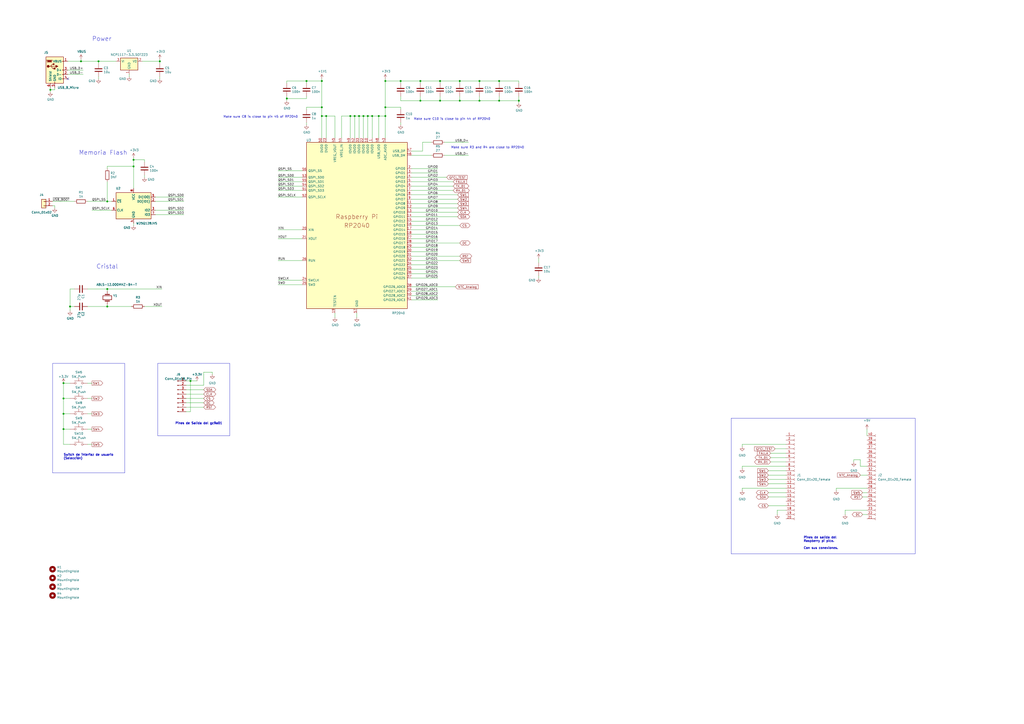
<source format=kicad_sch>
(kicad_sch (version 20230121) (generator eeschema)
  (paper "A2")
  (lib_symbols
    (symbol "Conn_01x20_Female_2" (pin_names (offset 1.016) hide)
      (property "Reference" "J2" (at 1.27 0.0001 0))
      (property "Value" "Conn_01x20_Female_2" (at 1.27 -2.5399 0))
      (symbol "Conn_01x20_Female_2_1_1"
        (pin passive line (at -5.08 -25.4 0) (length 3.81) (name "Pin_21") (number "21"))
        (pin passive line (at -5.08 -22.86 0) (length 3.81) (name "Pin_22") (number "22"))
        (pin passive line (at -5.08 -20.32 0) (length 3.81) (name "Pin_23") (number "23"))
        (pin passive line (at -5.08 -17.78 0) (length 3.81) (name "Pin_24") (number "24"))
        (pin passive line (at -5.08 -15.24 0) (length 3.81) (name "Pin_25") (number "25"))
        (pin passive line (at -5.08 -12.7 0) (length 3.81) (name "Pin_26") (number "26"))
        (pin passive line (at -5.08 -10.16 0) (length 3.81) (name "Pin_27") (number "27"))
        (pin passive line (at -5.08 -7.62 0) (length 3.81) (name "Pin_28") (number "28"))
        (pin passive line (at -5.08 -5.08 0) (length 3.81) (name "Pin_29") (number "29"))
        (pin passive line (at -5.08 -2.54 0) (length 3.81) (name "Pin_30") (number "30"))
        (pin passive line (at -5.08 0 0) (length 3.81) (name "Pin_31") (number "31"))
        (pin passive line (at -5.08 2.54 0) (length 3.81) (name "Pin_32") (number "32"))
        (pin passive line (at -5.08 5.08 0) (length 3.81) (name "Pin_33") (number "33"))
        (pin passive line (at -5.08 7.62 0) (length 3.81) (name "Pin_34") (number "34"))
        (pin passive line (at -5.08 10.16 0) (length 3.81) (name "Pin_35") (number "35"))
        (pin passive line (at -5.08 12.7 0) (length 3.81) (name "Pin_36") (number "36"))
        (pin passive line (at -5.08 15.24 0) (length 3.81) (name "Pin_37") (number "37"))
        (pin passive line (at -5.08 17.78 0) (length 3.81) (name "Pin_38") (number "38"))
        (pin passive line (at -5.08 20.32 0) (length 3.81) (name "Pin_39") (number "39"))
        (pin passive line (at -5.08 22.86 0) (length 3.81) (name "Pin_40") (number "40"))
      )
    )
    (symbol "Connector:Conn_01x08_Pin" (pin_names (offset 1.016) hide)
      (property "Reference" "J" (at 0 10.16 0))
      (property "Value" "Conn_01x08_Pin" (at 0 -12.7 0))
      (symbol "Conn_01x08_Pin_1_1"
        (pin passive line (at 5.08 7.62 180) (length 3.81) (name "Pin_1") (number "1"))
        (pin passive line (at 5.08 5.08 180) (length 3.81) (name "Pin_2") (number "2"))
        (pin passive line (at 5.08 2.54 180) (length 3.81) (name "Pin_3") (number "3"))
        (pin passive line (at 5.08 0 180) (length 3.81) (name "Pin_4") (number "4"))
        (pin passive line (at 5.08 -2.54 180) (length 3.81) (name "Pin_5") (number "5"))
        (pin passive line (at 5.08 -5.08 180) (length 3.81) (name "Pin_6") (number "6"))
        (pin passive line (at 5.08 -7.62 180) (length 3.81) (name "Pin_7") (number "7"))
        (pin passive line (at 5.08 -10.16 180) (length 3.81) (name "Pin_8") (number "8"))
      )
    )
    (symbol "Connector:Conn_01x20_Female" (pin_names (offset 1.016) hide)
      (property "Reference" "J" (at 0 25.4 0))
      (property "Value" "Conn_01x20_Female" (at 0 -27.94 0))
      (symbol "Conn_01x20_Female_1_1"
        (pin passive line (at -5.08 22.86 0) (length 3.81) (name "Pin_1") (number "1"))
        (pin passive line (at -5.08 0 0) (length 3.81) (name "Pin_10") (number "10"))
        (pin passive line (at -5.08 -2.54 0) (length 3.81) (name "Pin_11") (number "11"))
        (pin passive line (at -5.08 -5.08 0) (length 3.81) (name "Pin_12") (number "12"))
        (pin passive line (at -5.08 -7.62 0) (length 3.81) (name "Pin_13") (number "13"))
        (pin passive line (at -5.08 -10.16 0) (length 3.81) (name "Pin_14") (number "14"))
        (pin passive line (at -5.08 -12.7 0) (length 3.81) (name "Pin_15") (number "15"))
        (pin passive line (at -5.08 -15.24 0) (length 3.81) (name "Pin_16") (number "16"))
        (pin passive line (at -5.08 -17.78 0) (length 3.81) (name "Pin_17") (number "17"))
        (pin passive line (at -5.08 -20.32 0) (length 3.81) (name "Pin_18") (number "18"))
        (pin passive line (at -5.08 -22.86 0) (length 3.81) (name "Pin_19") (number "19"))
        (pin passive line (at -5.08 20.32 0) (length 3.81) (name "Pin_2") (number "2"))
        (pin passive line (at -5.08 -25.4 0) (length 3.81) (name "Pin_20") (number "20"))
        (pin passive line (at -5.08 17.78 0) (length 3.81) (name "Pin_3") (number "3"))
        (pin passive line (at -5.08 15.24 0) (length 3.81) (name "Pin_4") (number "4"))
        (pin passive line (at -5.08 12.7 0) (length 3.81) (name "Pin_5") (number "5"))
        (pin passive line (at -5.08 10.16 0) (length 3.81) (name "Pin_6") (number "6"))
        (pin passive line (at -5.08 7.62 0) (length 3.81) (name "Pin_7") (number "7"))
        (pin passive line (at -5.08 5.08 0) (length 3.81) (name "Pin_8") (number "8"))
        (pin passive line (at -5.08 2.54 0) (length 3.81) (name "Pin_9") (number "9"))
      )
    )
    (symbol "Connector_Generic:Conn_01x02" (pin_names (offset 1.016) hide)
      (property "Reference" "J" (at 0 2.54 0))
      (property "Value" "Conn_01x02" (at 0 -5.08 0))
      (symbol "Conn_01x02_1_1"
        (pin passive line (at -5.08 0 0) (length 3.81) (name "Pin_1") (number "1"))
        (pin passive line (at -5.08 -2.54 0) (length 3.81) (name "Pin_2") (number "2"))
      )
    )
    (symbol "Device:C" (pin_numbers hide) (pin_names (offset 0.254))
      (property "Reference" "C" (at 0.635 2.54 0))
      (property "Value" "C" (at 0.635 -2.54 0))
      (symbol "C_1_1"
        (pin passive line (at 0 3.81 270) (length 2.794) (name "~") (number "1"))
        (pin passive line (at 0 -3.81 90) (length 2.794) (name "~") (number "2"))
      )
    )
    (symbol "Device:Crystal" (pin_numbers hide) (pin_names (offset 1.016) hide)
      (property "Reference" "Y" (at 0 3.81 0))
      (property "Value" "Crystal" (at 0 -3.81 0))
      (symbol "Crystal_1_1"
        (pin passive line (at -3.81 0 0) (length 1.27) (name "1") (number "1"))
        (pin passive line (at 3.81 0 180) (length 1.27) (name "2") (number "2"))
      )
    )
    (symbol "Device:R" (pin_numbers hide) (pin_names (offset 0))
      (property "Reference" "R" (at 2.032 0 90))
      (property "Value" "R" (at 0 0 90))
      (symbol "R_1_1"
        (pin passive line (at 0 3.81 270) (length 1.27) (name "~") (number "1"))
        (pin passive line (at 0 -3.81 90) (length 1.27) (name "~") (number "2"))
      )
    )
    (symbol "MCU_RaspberryPi_RP2040:RP2040" (pin_names (offset 1.016))
      (property "Reference" "U" (at -29.21 49.53 0))
      (property "Value" "RP2040" (at 24.13 -49.53 0))
      (symbol "RP2040_0_0"
        (text "Raspberry Pi" (at 0 5.08 0) (effects (font (size 2.54 2.54))))
        (text "RP2040" (at 0 0 0) (effects (font (size 2.54 2.54))))
      )
      (symbol "RP2040_1_1"
        (pin power_in line (at 8.89 50.8 270) (length 2.54) (name "IOVDD") (number "1"))
        (pin power_in line (at 6.35 50.8 270) (length 2.54) (name "IOVDD") (number "10"))
        (pin bidirectional line (at 31.75 12.7 180) (length 2.54) (name "GPIO8") (number "11"))
        (pin bidirectional line (at 31.75 10.16 180) (length 2.54) (name "GPIO9") (number "12"))
        (pin bidirectional line (at 31.75 7.62 180) (length 2.54) (name "GPIO10") (number "13"))
        (pin bidirectional line (at 31.75 5.08 180) (length 2.54) (name "GPIO11") (number "14"))
        (pin bidirectional line (at 31.75 2.54 180) (length 2.54) (name "GPIO12") (number "15"))
        (pin bidirectional line (at 31.75 0 180) (length 2.54) (name "GPIO13") (number "16"))
        (pin bidirectional line (at 31.75 -2.54 180) (length 2.54) (name "GPIO14") (number "17"))
        (pin bidirectional line (at 31.75 -5.08 180) (length 2.54) (name "GPIO15") (number "18"))
        (pin passive line (at -12.7 -50.8 90) (length 2.54) (name "TESTEN") (number "19"))
        (pin bidirectional line (at 31.75 33.02 180) (length 2.54) (name "GPIO0") (number "2"))
        (pin input line (at -31.75 -2.54 0) (length 2.54) (name "XIN") (number "20"))
        (pin passive line (at -31.75 -7.62 0) (length 2.54) (name "XOUT") (number "21"))
        (pin power_in line (at 3.81 50.8 270) (length 2.54) (name "IOVDD") (number "22"))
        (pin power_in line (at -17.78 50.8 270) (length 2.54) (name "DVDD") (number "23"))
        (pin output line (at -31.75 -31.75 0) (length 2.54) (name "SWCLK") (number "24"))
        (pin bidirectional line (at -31.75 -34.29 0) (length 2.54) (name "SWD") (number "25"))
        (pin input line (at -31.75 -20.32 0) (length 2.54) (name "RUN") (number "26"))
        (pin bidirectional line (at 31.75 -7.62 180) (length 2.54) (name "GPIO16") (number "27"))
        (pin bidirectional line (at 31.75 -10.16 180) (length 2.54) (name "GPIO17") (number "28"))
        (pin bidirectional line (at 31.75 -12.7 180) (length 2.54) (name "GPIO18") (number "29"))
        (pin bidirectional line (at 31.75 30.48 180) (length 2.54) (name "GPIO1") (number "3"))
        (pin bidirectional line (at 31.75 -15.24 180) (length 2.54) (name "GPIO19") (number "30"))
        (pin bidirectional line (at 31.75 -17.78 180) (length 2.54) (name "GPIO20") (number "31"))
        (pin bidirectional line (at 31.75 -20.32 180) (length 2.54) (name "GPIO21") (number "32"))
        (pin power_in line (at 1.27 50.8 270) (length 2.54) (name "IOVDD") (number "33"))
        (pin bidirectional line (at 31.75 -22.86 180) (length 2.54) (name "GPIO22") (number "34"))
        (pin bidirectional line (at 31.75 -25.4 180) (length 2.54) (name "GPIO23") (number "35"))
        (pin bidirectional line (at 31.75 -27.94 180) (length 2.54) (name "GPIO24") (number "36"))
        (pin bidirectional line (at 31.75 -30.48 180) (length 2.54) (name "GPIO25") (number "37"))
        (pin bidirectional line (at 31.75 -35.56 180) (length 2.54) (name "GPIO26_ADC0") (number "38"))
        (pin bidirectional line (at 31.75 -38.1 180) (length 2.54) (name "GPIO27_ADC1") (number "39"))
        (pin bidirectional line (at 31.75 27.94 180) (length 2.54) (name "GPIO2") (number "4"))
        (pin bidirectional line (at 31.75 -40.64 180) (length 2.54) (name "GPIO28_ADC2") (number "40"))
        (pin bidirectional line (at 31.75 -43.18 180) (length 2.54) (name "GPIO29_ADC3") (number "41"))
        (pin power_in line (at -1.27 50.8 270) (length 2.54) (name "IOVDD") (number "42"))
        (pin power_in line (at 16.51 50.8 270) (length 2.54) (name "ADC_AVDD") (number "43"))
        (pin power_in line (at -8.89 50.8 270) (length 2.54) (name "VREG_IN") (number "44"))
        (pin power_out line (at -12.7 50.8 270) (length 2.54) (name "VREG_VOUT") (number "45"))
        (pin bidirectional line (at 31.75 40.64 180) (length 2.54) (name "USB_DM") (number "46"))
        (pin bidirectional line (at 31.75 43.18 180) (length 2.54) (name "USB_DP") (number "47"))
        (pin power_in line (at 12.7 50.8 270) (length 2.54) (name "USB_VDD") (number "48"))
        (pin power_in line (at -3.81 50.8 270) (length 2.54) (name "IOVDD") (number "49"))
        (pin bidirectional line (at 31.75 25.4 180) (length 2.54) (name "GPIO3") (number "5"))
        (pin power_in line (at -20.32 50.8 270) (length 2.54) (name "DVDD") (number "50"))
        (pin bidirectional line (at -31.75 20.32 0) (length 2.54) (name "QSPI_SD3") (number "51"))
        (pin output line (at -31.75 16.51 0) (length 2.54) (name "QSPI_SCLK") (number "52"))
        (pin bidirectional line (at -31.75 27.94 0) (length 2.54) (name "QSPI_SD0") (number "53"))
        (pin bidirectional line (at -31.75 22.86 0) (length 2.54) (name "QSPI_SD2") (number "54"))
        (pin bidirectional line (at -31.75 25.4 0) (length 2.54) (name "QSPI_SD1") (number "55"))
        (pin bidirectional line (at -31.75 31.75 0) (length 2.54) (name "QSPI_SS") (number "56"))
        (pin power_in line (at 0 -50.8 90) (length 2.54) (name "GND") (number "57"))
        (pin bidirectional line (at 31.75 22.86 180) (length 2.54) (name "GPIO4") (number "6"))
        (pin bidirectional line (at 31.75 20.32 180) (length 2.54) (name "GPIO5") (number "7"))
        (pin bidirectional line (at 31.75 17.78 180) (length 2.54) (name "GPIO6") (number "8"))
        (pin bidirectional line (at 31.75 15.24 180) (length 2.54) (name "GPIO7") (number "9"))
      )
    )
    (symbol "Mechanical:MountingHole" (pin_names (offset 1.016))
      (property "Reference" "H" (at 0 5.08 0))
      (property "Value" "MountingHole" (at 0 3.175 0))
    )
    (symbol "RP2040_minimal-rescue:USB_B_Micro-Connector" (pin_names (offset 1.016))
      (property "Reference" "J" (at -5.08 11.43 0))
      (property "Value" "Connector_USB_B_Micro" (at -5.08 8.89 0))
      (symbol "USB_B_Micro-Connector_1_1"
        (pin power_out line (at 7.62 5.08 180) (length 2.54) (name "VBUS") (number "1"))
        (pin passive line (at 7.62 -2.54 180) (length 2.54) (name "D-") (number "2"))
        (pin passive line (at 7.62 0 180) (length 2.54) (name "D+") (number "3"))
        (pin passive line (at 7.62 -5.08 180) (length 2.54) (name "ID") (number "4"))
        (pin power_out line (at 0 -10.16 90) (length 2.54) (name "GND") (number "5"))
        (pin passive line (at -2.54 -10.16 90) (length 2.54) (name "Shield") (number "6"))
      )
    )
    (symbol "RP2040_minimal-rescue:W25Q128JVS-Memory_Flash"
      (property "Reference" "U" (at -8.89 8.89 0))
      (property "Value" "Memory_Flash_W25Q128JVS" (at 7.62 8.89 0))
      (symbol "W25Q128JVS-Memory_Flash_1_1"
        (pin input line (at -12.7 2.54 0) (length 2.54) (name "~{CS}") (number "1"))
        (pin bidirectional line (at 12.7 2.54 180) (length 2.54) (name "DO(IO1)") (number "2"))
        (pin bidirectional line (at 12.7 -2.54 180) (length 2.54) (name "IO2") (number "3"))
        (pin power_in line (at 0 -10.16 90) (length 2.54) (name "GND") (number "4"))
        (pin bidirectional line (at 12.7 5.08 180) (length 2.54) (name "DI(IO0)") (number "5"))
        (pin input line (at -12.7 -2.54 0) (length 2.54) (name "CLK") (number "6"))
        (pin bidirectional line (at 12.7 -5.08 180) (length 2.54) (name "IO3") (number "7"))
        (pin power_in line (at 0 10.16 270) (length 2.54) (name "VCC") (number "8"))
      )
    )
    (symbol "Regulator_Linear:NCP1117-3.3_SOT223"
      (property "Reference" "U" (at -3.81 3.175 0))
      (property "Value" "NCP1117-3.3_SOT223" (at 0 3.175 0))
      (symbol "NCP1117-3.3_SOT223_1_1"
        (pin power_in line (at 0 -7.62 90) (length 2.54) (name "GND") (number "1"))
        (pin power_out line (at 7.62 0 180) (length 2.54) (name "VO") (number "2"))
        (pin power_in line (at -7.62 0 0) (length 2.54) (name "VI") (number "3"))
      )
    )
    (symbol "Switch:SW_Push" (pin_numbers hide) (pin_names (offset 1.016) hide)
      (property "Reference" "SW" (at 1.27 2.54 0))
      (property "Value" "SW_Push" (at 0 -1.524 0))
      (symbol "SW_Push_0_1"
        (pin passive line (at -5.08 0 0) (length 2.54) (name "1") (number "1"))
        (pin passive line (at 5.08 0 180) (length 2.54) (name "2") (number "2"))
      )
    )
    (symbol "power:+1V1" (power) (pin_names (offset 0))
      (property "Value" "+1V1" (at 0 3.556 0))
      (symbol "+1V1_1_1"
        (pin power_in line (at 0 0 90) (length 0) hide (name "+1V1") (number "1"))
      )
    )
    (symbol "power:+3.3V" (power) (pin_names (offset 0))
      (property "Value" "+3.3V" (at 0 3.556 0))
      (symbol "+3.3V_1_1"
        (pin power_in line (at 0 0 90) (length 0) hide (name "+3.3V") (number "1"))
      )
    )
    (symbol "power:+3V3" (power) (pin_names (offset 0))
      (property "Value" "+3V3" (at 0 3.556 0))
      (symbol "+3V3_1_1"
        (pin power_in line (at 0 0 90) (length 0) hide (name "+3V3") (number "1"))
      )
    )
    (symbol "power:+5V" (power) (pin_names (offset 0))
      (property "Value" "+5V" (at 0 3.556 0))
      (symbol "+5V_1_1"
        (pin power_in line (at 0 0 90) (length 0) hide (name "+5V") (number "1"))
      )
    )
    (symbol "power:GND" (power) (pin_names (offset 0))
      (property "Value" "GND" (at 0 -3.81 0))
      (symbol "GND_1_1"
        (pin power_in line (at 0 0 270) (length 0) hide (name "GND") (number "1"))
      )
    )
    (symbol "power:VBUS" (power) (pin_names (offset 0))
      (property "Value" "VBUS" (at 0 3.81 0))
      (symbol "VBUS_1_1"
        (pin power_in line (at 0 0 90) (length 0) hide (name "VBUS") (number "1"))
      )
    )
  )
  (junction (at 77.47 96.52))
  (junction (at 77.47 92.71))
  (junction (at 213.36 67.31))
  (junction (at 203.2 67.31))
  (junction (at 92.71 35.56))
  (junction (at 29.21 52.07))
  (junction (at 208.28 67.31))
  (junction (at 40.64 177.8))
  (junction (at 255.27 58.42))
  (junction (at 189.23 67.31))
  (junction (at 205.74 67.31))
  (junction (at 186.69 62.23))
  (junction (at 219.71 67.31))
  (junction (at 186.69 67.31))
  (junction (at 166.37 57.15))
  (junction (at 278.13 46.99))
  (junction (at 289.56 46.99))
  (junction (at 62.23 177.8))
  (junction (at 57.15 35.56))
  (junction (at 223.52 62.23))
  (junction (at 210.82 67.31))
  (junction (at 36.83 231.14))
  (junction (at 36.83 248.92))
  (junction (at 255.27 46.99))
  (junction (at 62.23 167.64))
  (junction (at 186.69 46.99))
  (junction (at 215.9 67.31))
  (junction (at 232.41 46.99))
  (junction (at 289.56 58.42))
  (junction (at 36.83 222.25))
  (junction (at 110.49 220.98))
  (junction (at 36.83 240.03))
  (junction (at 223.52 46.99))
  (junction (at 300.99 58.42))
  (junction (at 62.23 116.84))
  (junction (at 223.52 67.31))
  (junction (at 266.7 46.99))
  (junction (at 266.7 58.42))
  (junction (at 243.84 46.99))
  (junction (at 243.84 58.42))
  (junction (at 177.8 46.99))
  (junction (at 46.99 35.56))
  (junction (at 278.13 58.42))
  (no_connect (at 39.37 45.72))
  (wire (pts (xy 175.26 162.56) (xy 161.29 162.56)))
  (wire (pts (xy 495.3 266.7) (xy 495.3 267.97)))
  (wire (pts (xy 166.37 48.26) (xy 166.37 46.99)))
  (wire (pts (xy 266.7 55.88) (xy 266.7 58.42)))
  (wire (pts (xy 266.7 58.42) (xy 255.27 58.42)))
  (wire (pts (xy 215.9 67.31) (xy 219.71 67.31)))
  (wire (pts (xy 36.83 240.03) (xy 36.83 248.92)))
  (wire (pts (xy 186.69 46.99) (xy 186.69 62.23)))
  (wire (pts (xy 118.11 223.52) (xy 118.11 215.9)))
  (wire (pts (xy 238.76 166.37) (xy 264.16 166.37)))
  (wire (pts (xy 161.29 105.41) (xy 175.26 105.41)))
  (wire (pts (xy 255.27 48.26) (xy 255.27 46.99)))
  (wire (pts (xy 445.77 278.13) (xy 455.93 278.13)))
  (wire (pts (xy 40.64 177.8) (xy 40.64 180.34)))
  (wire (pts (xy 238.76 90.17) (xy 250.19 90.17)))
  (wire (pts (xy 39.37 35.56) (xy 46.99 35.56)))
  (wire (pts (xy 74.93 43.18) (xy 74.93 44.45)))
  (wire (pts (xy 62.23 96.52) (xy 77.47 96.52)))
  (wire (pts (xy 238.76 171.45) (xy 254 171.45)))
  (wire (pts (xy 36.83 231.14) (xy 36.83 222.25)))
  (wire (pts (xy 50.8 231.14) (xy 53.34 231.14)))
  (wire (pts (xy 238.76 148.59) (xy 266.7 148.59)))
  (wire (pts (xy 92.71 44.45) (xy 92.71 45.72)))
  (wire (pts (xy 502.92 270.51) (xy 499.11 270.51)))
  (wire (pts (xy 238.76 97.79) (xy 254 97.79)))
  (wire (pts (xy 166.37 55.88) (xy 166.37 57.15)))
  (wire (pts (xy 62.23 177.8) (xy 76.2 177.8)))
  (wire (pts (xy 266.7 48.26) (xy 266.7 46.99)))
  (wire (pts (xy 107.95 228.6) (xy 118.11 228.6)))
  (wire (pts (xy 189.23 67.31) (xy 186.69 67.31)))
  (wire (pts (xy 175.26 114.3) (xy 161.29 114.3)))
  (wire (pts (xy 490.22 298.45) (xy 490.22 295.91)))
  (wire (pts (xy 107.95 226.06) (xy 118.11 226.06)))
  (wire (pts (xy 300.99 55.88) (xy 300.99 58.42)))
  (wire (pts (xy 238.76 151.13) (xy 266.7 151.13)))
  (wire (pts (xy 30.48 119.38) (xy 31.75 119.38)))
  (wire (pts (xy 449.58 260.35) (xy 455.93 260.35)))
  (wire (pts (xy 107.95 231.14) (xy 118.11 231.14)))
  (wire (pts (xy 238.76 110.49) (xy 262.89 110.49)))
  (wire (pts (xy 445.77 273.05) (xy 455.93 273.05)))
  (wire (pts (xy 53.34 121.92) (xy 64.77 121.92)))
  (wire (pts (xy 238.76 130.81) (xy 266.7 130.81)))
  (wire (pts (xy 50.8 248.92) (xy 53.34 248.92)))
  (wire (pts (xy 238.76 102.87) (xy 259.08 102.87)))
  (wire (pts (xy 194.31 181.61) (xy 194.31 184.15)))
  (wire (pts (xy 39.37 43.18) (xy 48.26 43.18)))
  (wire (pts (xy 40.64 257.81) (xy 36.83 257.81)))
  (wire (pts (xy 62.23 168.91) (xy 62.23 167.64)))
  (wire (pts (xy 83.82 101.6) (xy 83.82 102.87)))
  (wire (pts (xy 500.38 285.75) (xy 502.92 285.75)))
  (wire (pts (xy 447.04 262.89) (xy 455.93 262.89)))
  (wire (pts (xy 312.42 160.02) (xy 312.42 161.29)))
  (wire (pts (xy 232.41 46.99) (xy 243.84 46.99)))
  (wire (pts (xy 83.82 177.8) (xy 93.98 177.8)))
  (wire (pts (xy 161.29 133.35) (xy 175.26 133.35)))
  (wire (pts (xy 255.27 58.42) (xy 243.84 58.42)))
  (wire (pts (xy 312.42 149.86) (xy 312.42 152.4)))
  (wire (pts (xy 166.37 57.15) (xy 166.37 58.42)))
  (wire (pts (xy 210.82 67.31) (xy 213.36 67.31)))
  (wire (pts (xy 213.36 67.31) (xy 215.9 67.31)))
  (wire (pts (xy 289.56 58.42) (xy 278.13 58.42)))
  (wire (pts (xy 90.17 116.84) (xy 106.68 116.84)))
  (wire (pts (xy 238.76 140.97) (xy 266.7 140.97)))
  (wire (pts (xy 40.64 248.92) (xy 36.83 248.92)))
  (wire (pts (xy 40.64 231.14) (xy 36.83 231.14)))
  (wire (pts (xy 238.76 100.33) (xy 254 100.33)))
  (wire (pts (xy 198.12 67.31) (xy 203.2 67.31)))
  (wire (pts (xy 92.71 36.83) (xy 92.71 35.56)))
  (wire (pts (xy 161.29 107.95) (xy 175.26 107.95)))
  (wire (pts (xy 500.38 288.29) (xy 502.92 288.29)))
  (wire (pts (xy 485.14 283.21) (xy 502.92 283.21)))
  (wire (pts (xy 445.77 280.67) (xy 455.93 280.67)))
  (wire (pts (xy 40.64 167.64) (xy 40.64 177.8)))
  (wire (pts (xy 223.52 46.99) (xy 232.41 46.99)))
  (wire (pts (xy 57.15 36.83) (xy 57.15 35.56)))
  (wire (pts (xy 243.84 55.88) (xy 243.84 58.42)))
  (wire (pts (xy 177.8 63.5) (xy 177.8 62.23)))
  (wire (pts (xy 430.53 283.21) (xy 455.93 283.21)))
  (wire (pts (xy 205.74 80.01) (xy 205.74 67.31)))
  (wire (pts (xy 257.81 82.55) (xy 271.78 82.55)))
  (wire (pts (xy 175.26 99.06) (xy 161.29 99.06)))
  (wire (pts (xy 207.01 181.61) (xy 207.01 184.15)))
  (wire (pts (xy 490.22 295.91) (xy 502.92 295.91)))
  (wire (pts (xy 186.69 67.31) (xy 186.69 80.01)))
  (wire (pts (xy 289.56 58.42) (xy 300.99 58.42)))
  (wire (pts (xy 50.8 116.84) (xy 62.23 116.84)))
  (wire (pts (xy 499.11 266.7) (xy 495.3 266.7)))
  (wire (pts (xy 77.47 92.71) (xy 77.47 96.52)))
  (wire (pts (xy 208.28 67.31) (xy 210.82 67.31)))
  (wire (pts (xy 43.18 177.8) (xy 40.64 177.8)))
  (wire (pts (xy 238.76 135.89) (xy 254 135.89)))
  (wire (pts (xy 245.11 82.55) (xy 250.19 82.55)))
  (wire (pts (xy 177.8 46.99) (xy 186.69 46.99)))
  (wire (pts (xy 238.76 120.65) (xy 265.43 120.65)))
  (wire (pts (xy 238.76 107.95) (xy 262.89 107.95)))
  (wire (pts (xy 177.8 71.12) (xy 177.8 72.39)))
  (wire (pts (xy 223.52 62.23) (xy 232.41 62.23)))
  (wire (pts (xy 50.8 257.81) (xy 53.34 257.81)))
  (wire (pts (xy 110.49 238.76) (xy 110.49 220.98)))
  (wire (pts (xy 57.15 44.45) (xy 57.15 45.72)))
  (wire (pts (xy 161.29 110.49) (xy 175.26 110.49)))
  (wire (pts (xy 289.56 46.99) (xy 300.99 46.99)))
  (wire (pts (xy 238.76 105.41) (xy 262.89 105.41)))
  (wire (pts (xy 238.76 156.21) (xy 254 156.21)))
  (wire (pts (xy 213.36 80.01) (xy 213.36 67.31)))
  (wire (pts (xy 450.85 295.91) (xy 455.93 295.91)))
  (wire (pts (xy 186.69 62.23) (xy 186.69 67.31)))
  (wire (pts (xy 83.82 93.98) (xy 83.82 92.71)))
  (wire (pts (xy 203.2 80.01) (xy 203.2 67.31)))
  (wire (pts (xy 43.18 116.84) (xy 30.48 116.84)))
  (wire (pts (xy 107.95 236.22) (xy 118.11 236.22)))
  (wire (pts (xy 46.99 34.29) (xy 46.99 35.56)))
  (wire (pts (xy 194.31 67.31) (xy 189.23 67.31)))
  (wire (pts (xy 278.13 46.99) (xy 289.56 46.99)))
  (wire (pts (xy 238.76 153.67) (xy 254 153.67)))
  (wire (pts (xy 245.11 82.55) (xy 245.11 87.63)))
  (wire (pts (xy 50.8 167.64) (xy 62.23 167.64)))
  (wire (pts (xy 238.76 113.03) (xy 265.43 113.03)))
  (wire (pts (xy 90.17 124.46) (xy 106.68 124.46)))
  (wire (pts (xy 238.76 115.57) (xy 265.43 115.57)))
  (wire (pts (xy 500.38 298.45) (xy 502.92 298.45)))
  (wire (pts (xy 107.95 233.68) (xy 118.11 233.68)))
  (wire (pts (xy 186.69 45.72) (xy 186.69 46.99)))
  (wire (pts (xy 430.53 284.48) (xy 430.53 283.21)))
  (wire (pts (xy 31.75 50.8) (xy 31.75 52.07)))
  (wire (pts (xy 90.17 114.3) (xy 106.68 114.3)))
  (wire (pts (xy 62.23 167.64) (xy 93.98 167.64)))
  (wire (pts (xy 31.75 119.38) (xy 31.75 120.65)))
  (wire (pts (xy 243.84 46.99) (xy 255.27 46.99)))
  (wire (pts (xy 223.52 67.31) (xy 223.52 80.01)))
  (wire (pts (xy 161.29 102.87) (xy 175.26 102.87)))
  (wire (pts (xy 107.95 220.98) (xy 110.49 220.98)))
  (wire (pts (xy 238.76 161.29) (xy 254 161.29)))
  (wire (pts (xy 430.53 257.81) (xy 455.93 257.81)))
  (wire (pts (xy 238.76 173.99) (xy 254 173.99)))
  (wire (pts (xy 447.04 267.97) (xy 455.93 267.97)))
  (wire (pts (xy 499.11 275.59) (xy 502.92 275.59)))
  (wire (pts (xy 232.41 63.5) (xy 232.41 62.23)))
  (wire (pts (xy 215.9 67.31) (xy 215.9 80.01)))
  (wire (pts (xy 36.83 231.14) (xy 36.83 240.03)))
  (wire (pts (xy 90.17 121.92) (xy 106.68 121.92)))
  (wire (pts (xy 238.76 168.91) (xy 254 168.91)))
  (wire (pts (xy 29.21 52.07) (xy 29.21 53.34)))
  (wire (pts (xy 77.47 91.44) (xy 77.47 92.71)))
  (wire (pts (xy 189.23 80.01) (xy 189.23 67.31)))
  (wire (pts (xy 238.76 125.73) (xy 265.43 125.73)))
  (wire (pts (xy 177.8 48.26) (xy 177.8 46.99)))
  (wire (pts (xy 92.71 35.56) (xy 92.71 34.29)))
  (wire (pts (xy 36.83 248.92) (xy 36.83 257.81)))
  (wire (pts (xy 82.55 35.56) (xy 92.71 35.56)))
  (wire (pts (xy 31.75 52.07) (xy 29.21 52.07)))
  (wire (pts (xy 50.8 240.03) (xy 53.34 240.03)))
  (wire (pts (xy 243.84 48.26) (xy 243.84 46.99)))
  (wire (pts (xy 257.81 90.17) (xy 271.78 90.17)))
  (wire (pts (xy 430.53 257.81) (xy 430.53 259.08)))
  (wire (pts (xy 43.18 167.64) (xy 40.64 167.64)))
  (wire (pts (xy 166.37 57.15) (xy 177.8 57.15)))
  (wire (pts (xy 238.76 133.35) (xy 254 133.35)))
  (wire (pts (xy 447.04 265.43) (xy 455.93 265.43)))
  (wire (pts (xy 223.52 45.72) (xy 223.52 46.99)))
  (wire (pts (xy 430.53 270.51) (xy 455.93 270.51)))
  (wire (pts (xy 62.23 116.84) (xy 64.77 116.84)))
  (wire (pts (xy 499.11 270.51) (xy 499.11 266.7)))
  (wire (pts (xy 223.52 46.99) (xy 223.52 62.23)))
  (wire (pts (xy 203.2 67.31) (xy 205.74 67.31)))
  (wire (pts (xy 118.11 215.9) (xy 123.19 215.9)))
  (wire (pts (xy 445.77 275.59) (xy 455.93 275.59)))
  (wire (pts (xy 445.77 293.37) (xy 455.93 293.37)))
  (wire (pts (xy 123.19 215.9) (xy 123.19 217.17)))
  (wire (pts (xy 238.76 158.75) (xy 254 158.75)))
  (wire (pts (xy 62.23 176.53) (xy 62.23 177.8)))
  (wire (pts (xy 50.8 177.8) (xy 62.23 177.8)))
  (wire (pts (xy 255.27 46.99) (xy 266.7 46.99)))
  (wire (pts (xy 238.76 143.51) (xy 254 143.51)))
  (wire (pts (xy 110.49 220.98) (xy 114.3 220.98)))
  (wire (pts (xy 40.64 240.03) (xy 36.83 240.03)))
  (wire (pts (xy 485.14 284.48) (xy 485.14 283.21)))
  (wire (pts (xy 502.92 248.92) (xy 502.92 252.73)))
  (wire (pts (xy 238.76 118.11) (xy 265.43 118.11)))
  (wire (pts (xy 175.26 165.1) (xy 161.29 165.1)))
  (wire (pts (xy 232.41 48.26) (xy 232.41 46.99)))
  (wire (pts (xy 39.37 40.64) (xy 48.26 40.64)))
  (wire (pts (xy 67.31 35.56) (xy 57.15 35.56)))
  (wire (pts (xy 289.56 48.26) (xy 289.56 46.99)))
  (wire (pts (xy 208.28 80.01) (xy 208.28 67.31)))
  (wire (pts (xy 278.13 48.26) (xy 278.13 46.99)))
  (wire (pts (xy 289.56 55.88) (xy 289.56 58.42)))
  (wire (pts (xy 198.12 80.01) (xy 198.12 67.31)))
  (wire (pts (xy 430.53 271.78) (xy 430.53 270.51)))
  (wire (pts (xy 238.76 146.05) (xy 254 146.05)))
  (wire (pts (xy 62.23 97.79) (xy 62.23 96.52)))
  (wire (pts (xy 450.85 298.45) (xy 450.85 295.91)))
  (wire (pts (xy 219.71 67.31) (xy 223.52 67.31)))
  (wire (pts (xy 266.7 46.99) (xy 278.13 46.99)))
  (wire (pts (xy 83.82 92.71) (xy 77.47 92.71)))
  (wire (pts (xy 46.99 35.56) (xy 57.15 35.56)))
  (wire (pts (xy 255.27 55.88) (xy 255.27 58.42)))
  (wire (pts (xy 278.13 55.88) (xy 278.13 58.42)))
  (wire (pts (xy 194.31 80.01) (xy 194.31 67.31)))
  (wire (pts (xy 219.71 80.01) (xy 219.71 67.31)))
  (wire (pts (xy 300.99 58.42) (xy 300.99 59.69)))
  (wire (pts (xy 243.84 58.42) (xy 232.41 58.42)))
  (wire (pts (xy 238.76 87.63) (xy 245.11 87.63)))
  (wire (pts (xy 177.8 62.23) (xy 186.69 62.23)))
  (wire (pts (xy 166.37 46.99) (xy 177.8 46.99)))
  (wire (pts (xy 175.26 151.13) (xy 161.29 151.13)))
  (wire (pts (xy 445.77 288.29) (xy 455.93 288.29)))
  (wire (pts (xy 210.82 80.01) (xy 210.82 67.31)))
  (wire (pts (xy 278.13 58.42) (xy 266.7 58.42)))
  (wire (pts (xy 238.76 128.27) (xy 254 128.27)))
  (wire (pts (xy 29.21 50.8) (xy 29.21 52.07)))
  (wire (pts (xy 50.8 222.25) (xy 53.34 222.25)))
  (wire (pts (xy 107.95 238.76) (xy 110.49 238.76)))
  (wire (pts (xy 177.8 57.15) (xy 177.8 55.88)))
  (wire (pts (xy 300.99 48.26) (xy 300.99 46.99)))
  (wire (pts (xy 238.76 123.19) (xy 265.43 123.19)))
  (wire (pts (xy 223.52 62.23) (xy 223.52 67.31)))
  (wire (pts (xy 175.26 138.43) (xy 161.29 138.43)))
  (wire (pts (xy 77.47 129.54) (xy 77.47 130.81)))
  (wire (pts (xy 62.23 105.41) (xy 62.23 116.84)))
  (wire (pts (xy 232.41 55.88) (xy 232.41 58.42)))
  (wire (pts (xy 77.47 96.52) (xy 77.47 109.22)))
  (wire (pts (xy 36.83 222.25) (xy 40.64 222.25)))
  (wire (pts (xy 205.74 67.31) (xy 208.28 67.31)))
  (wire (pts (xy 238.76 138.43) (xy 254 138.43)))
  (wire (pts (xy 445.77 285.75) (xy 455.93 285.75)))
  (wire (pts (xy 107.95 223.52) (xy 118.11 223.52)))
  (wire (pts (xy 232.41 71.12) (xy 232.41 72.39)))
  (rectangle (start 91.44 210.82) (end 133.35 252.73))
  (rectangle (start 30.48 210.82) (end 72.39 274.32))
  (rectangle (start 424.18 242.57) (end 530.86 321.31))
  (text "Power" (at 53.34 24.13 0) (effects (font (size 2.54 2.54)) (justify left bottom)))
  (text "Switch de interfaz de usuario\n(Selección)" (at 36.83 266.7 0) (effects (font (size 1.27 1.27) bold) (justify left bottom)))
  (text "Make sure C10 is close to pin 44 of RP2040" (at 240.03 69.85 0) (effects (font (size 1.27 1.27)) (justify left bottom)))
  (text "Make sure C8 is close to pin 45 of RP2040" (at 129.54 68.58 0) (effects (font (size 1.27 1.27)) (justify left bottom)))
  (text "Make sure R3 and R4 are close to RP2040" (at 261.62 86.36 0) (effects (font (size 1.27 1.27)) (justify left bottom)))
  (text "Memoria Flash" (at 45.72 90.17 0) (effects (font (size 2.54 2.54)) (justify left bottom)))
  (text "Pines de Salida del gc9a01" (at 101.6 246.38 0) (effects (font (size 1.27 1.27) (thickness 0.254) bold) (justify left bottom)))
  (text "Pines de salida del\nRaspberry pi pico.\n\nCon sus conexiones." (at 466.09 318.77 0) (effects (font (size 1.27 1.27) bold) (justify left bottom)))
  (text "Cristal" (at 55.88 156.21 0) (effects (font (size 2.54 2.54)) (justify left bottom)))
  (label "GPIO20" (at 254 148.59 180))
  (label "GPIO3" (at 254 105.41 180))
  (label "GPIO8" (at 254 118.11 180))
  (label "GPIO9" (at 254 120.65 180))
  (label "QSPI_SCLK" (at 53.34 121.92 0))
  (label "GPIO10" (at 254 123.19 180))
  (label "QSPI_SS" (at 161.29 99.06 0))
  (label "GPIO13" (at 254 130.81 180))
  (label "XIN" (at 161.29 133.35 0))
  (label "USB_D-" (at 48.26 43.18 180))
  (label "QSPI_SD1" (at 106.68 116.84 180))
  (label "GPIO14" (at 254 133.35 180))
  (label "GPIO29_ADC3" (at 254 173.99 180))
  (label "USB_D+" (at 48.26 40.64 180))
  (label "GPIO25" (at 254 161.29 180))
  (label "GPIO6" (at 254 113.03 180))
  (label "XOUT" (at 93.98 177.8 180))
  (label "GPIO12" (at 254 128.27 180))
  (label "GPIO17" (at 254 140.97 180))
  (label "QSPI_SD0" (at 161.29 102.87 0))
  (label "XOUT" (at 161.29 138.43 0))
  (label "GPIO18" (at 254 143.51 180))
  (label "GPIO1" (at 254 100.33 180))
  (label "QSPI_SD2" (at 106.68 121.92 180))
  (label "USB_D-" (at 271.78 90.17 180))
  (label "GPIO28_ADC2" (at 254 171.45 180))
  (label "GPIO2" (at 254 102.87 180))
  (label "GPIO5" (at 254 110.49 180))
  (label "GPIO22" (at 254 153.67 180))
  (label "GPIO16" (at 254 138.43 180))
  (label "QSPI_SD3" (at 106.68 124.46 180))
  (label "USB_D+" (at 271.78 82.55 180))
  (label "~{USB_BOOT}" (at 30.48 116.84 0))
  (label "QSPI_SS" (at 53.34 116.84 0))
  (label "SWD" (at 161.29 165.1 0))
  (label "GPIO7" (at 254 115.57 180))
  (label "GPIO0" (at 254 97.79 180))
  (label "RUN" (at 161.29 151.13 0))
  (label "GPIO21" (at 254 151.13 180))
  (label "GPIO23" (at 254 156.21 180))
  (label "GPIO27_ADC1" (at 254 168.91 180))
  (label "SWCLK" (at 161.29 162.56 0))
  (label "XIN" (at 93.98 167.64 180))
  (label "GPIO24" (at 254 158.75 180))
  (label "QSPI_SCLK" (at 161.29 114.3 0))
  (label "GPIO19" (at 254 146.05 180))
  (label "GPIO11" (at 254 125.73 180))
  (label "GPIO15" (at 254 135.89 180))
  (label "QSPI_SD1" (at 161.29 105.41 0))
  (label "QSPI_SD0" (at 106.68 114.3 180))
  (label "QSPI_SD2" (at 161.29 107.95 0))
  (label "GPIO26_ADC0" (at 254 166.37 180))
  (label "QSPI_SD3" (at 161.29 110.49 0))
  (label "GPIO4" (at 254 107.95 180))
  (global_label "CLK" (shape bidirectional) (at 445.77 285.75 180) (property "Intersheetrefs" "${INTERSHEET_REFS}" (effects hide)))
  (global_label "NTC_Analog" (shape input) (at 264.16 166.37 0) (property "Intersheetrefs" "${INTERSHEET_REFS}" (effects hide)))
  (global_label "SW2" (shape input) (at 265.43 115.57 0) (property "Intersheetrefs" "${INTERSHEET_REFS}" (effects hide)))
  (global_label "CS" (shape bidirectional) (at 118.11 231.14 0) (property "Intersheetrefs" "${INTERSHEET_REFS}" (effects hide)))
  (global_label "GFCI_TEST" (shape input) (at 259.08 102.87 0) (property "Intersheetrefs" "${INTERSHEET_REFS}" (effects hide)))
  (global_label "SW5" (shape input) (at 500.38 285.75 180) (property "Intersheetrefs" "${INTERSHEET_REFS}" (effects hide)))
  (global_label "SW1" (shape output) (at 53.34 222.25 0) (property "Intersheetrefs" "${INTERSHEET_REFS}" (effects hide)))
  (global_label "SW5" (shape output) (at 53.34 257.81 0) (property "Intersheetrefs" "${INTERSHEET_REFS}" (effects hide)))
  (global_label "SW2" (shape input) (at 445.77 275.59 180) (property "Intersheetrefs" "${INTERSHEET_REFS}" (effects hide)))
  (global_label "GFCI_TEST" (shape input) (at 449.58 260.35 180) (property "Intersheetrefs" "${INTERSHEET_REFS}" (effects hide)))
  (global_label "SW4" (shape input) (at 445.77 280.67 180) (property "Intersheetrefs" "${INTERSHEET_REFS}" (effects hide)))
  (global_label "SW4" (shape output) (at 53.34 248.92 0) (property "Intersheetrefs" "${INTERSHEET_REFS}" (effects hide)))
  (global_label "CLK" (shape bidirectional) (at 265.43 123.19 0) (property "Intersheetrefs" "${INTERSHEET_REFS}" (effects hide)))
  (global_label "FALLA" (shape input) (at 262.89 105.41 0) (property "Intersheetrefs" "${INTERSHEET_REFS}" (effects hide)))
  (global_label "TX_01" (shape bidirectional) (at 447.04 265.43 180) (property "Intersheetrefs" "${INTERSHEET_REFS}" (effects hide)))
  (global_label "CS" (shape bidirectional) (at 266.7 130.81 0) (property "Intersheetrefs" "${INTERSHEET_REFS}" (effects hide)))
  (global_label "SW3" (shape input) (at 265.43 118.11 0) (property "Intersheetrefs" "${INTERSHEET_REFS}" (effects hide)))
  (global_label "SDA" (shape bidirectional) (at 118.11 226.06 0) (property "Intersheetrefs" "${INTERSHEET_REFS}" (effects hide)))
  (global_label "SW3" (shape input) (at 445.77 278.13 180) (property "Intersheetrefs" "${INTERSHEET_REFS}" (effects hide)))
  (global_label "DC" (shape bidirectional) (at 118.11 233.68 0) (property "Intersheetrefs" "${INTERSHEET_REFS}" (effects hide)))
  (global_label "SW1" (shape input) (at 445.77 273.05 180) (property "Intersheetrefs" "${INTERSHEET_REFS}" (effects hide)))
  (global_label "SDA" (shape bidirectional) (at 445.77 288.29 180) (property "Intersheetrefs" "${INTERSHEET_REFS}" (effects hide)))
  (global_label "NTC_Analog" (shape input) (at 499.11 275.59 180) (property "Intersheetrefs" "${INTERSHEET_REFS}" (effects hide)))
  (global_label "SW3" (shape output) (at 53.34 240.03 0) (property "Intersheetrefs" "${INTERSHEET_REFS}" (effects hide)))
  (global_label "SDA" (shape bidirectional) (at 265.43 125.73 0) (property "Intersheetrefs" "${INTERSHEET_REFS}" (effects hide)))
  (global_label "RST" (shape bidirectional) (at 500.38 288.29 180) (property "Intersheetrefs" "${INTERSHEET_REFS}" (effects hide)))
  (global_label "RST" (shape bidirectional) (at 118.11 236.22 0) (property "Intersheetrefs" "${INTERSHEET_REFS}" (effects hide)))
  (global_label "SW5" (shape input) (at 266.7 151.13 0) (property "Intersheetrefs" "${INTERSHEET_REFS}" (effects hide)))
  (global_label "SW2" (shape output) (at 53.34 231.14 0) (property "Intersheetrefs" "${INTERSHEET_REFS}" (effects hide)))
  (global_label "TX_01" (shape bidirectional) (at 262.89 107.95 0) (property "Intersheetrefs" "${INTERSHEET_REFS}" (effects hide)))
  (global_label "RST" (shape bidirectional) (at 266.7 148.59 0) (property "Intersheetrefs" "${INTERSHEET_REFS}" (effects hide)))
  (global_label "RX_01" (shape bidirectional) (at 262.89 110.49 0) (property "Intersheetrefs" "${INTERSHEET_REFS}" (effects hide)))
  (global_label "SW1" (shape input) (at 265.43 113.03 0) (property "Intersheetrefs" "${INTERSHEET_REFS}" (effects hide)))
  (global_label "DC" (shape bidirectional) (at 266.7 140.97 0) (property "Intersheetrefs" "${INTERSHEET_REFS}" (effects hide)))
  (global_label "CLK" (shape bidirectional) (at 118.11 228.6 0) (property "Intersheetrefs" "${INTERSHEET_REFS}" (effects hide)))
  (global_label "SW4" (shape input) (at 265.43 120.65 0) (property "Intersheetrefs" "${INTERSHEET_REFS}" (effects hide)))
  (global_label "RX_01" (shape bidirectional) (at 447.04 267.97 180) (property "Intersheetrefs" "${INTERSHEET_REFS}" (effects hide)))
  (global_label "FALLA" (shape input) (at 447.04 262.89 180) (property "Intersheetrefs" "${INTERSHEET_REFS}" (effects hide)))
  (global_label "CS" (shape bidirectional) (at 445.77 293.37 180) (property "Intersheetrefs" "${INTERSHEET_REFS}" (effects hide)))
  (global_label "DC" (shape bidirectional) (at 500.38 298.45 180) (property "Intersheetrefs" "${INTERSHEET_REFS}" (effects hide)))
  (symbol (lib_id "Device:R") (at 80.01 177.8 270) (unit 1)
    (property "Reference" "R3" (at 80.01 172.5422 90))
    (property "Value" "1k" (at 80.01 174.8536 90))
    (property "Footprint" "Capacitor_SMD:C_0402_1005Metric" (effects hide))
  )
  (symbol (lib_id "Device:C") (at 312.42 156.21 0) (unit 1)
    (property "Reference" "C17" (at 315.341 155.0416 0) (effects (justify left)))
    (property "Value" "10u" (at 315.341 157.353 0) (effects (justify left)))
    (property "Footprint" "Capacitor_SMD:C_0805_2012Metric" (effects hide))
  )
  (symbol (lib_id "power:+5V") (at 502.92 248.92 0) (unit 1)
    (property "Reference" "#PWR?" (effects hide))
    (property "Value" "+5V" (at 502.92 243.84 0))
  )
  (symbol (lib_id "Device:C") (at 278.13 52.07 0) (unit 1)
    (property "Reference" "C14" (at 281.051 50.9016 0) (effects (justify left)))
    (property "Value" "100n" (at 281.051 53.213 0) (effects (justify left)))
    (property "Footprint" "Capacitor_SMD:C_0402_1005Metric" (effects hide))
  )
  (symbol (lib_id "power:+3V3") (at 223.52 45.72 0) (unit 1)
    (property "Reference" "#PWR023" (effects hide))
    (property "Value" "+3V3" (at 223.901 41.3258 0))
  )
  (symbol (lib_id "Device:R") (at 254 90.17 270) (unit 1)
    (property "Reference" "R5" (at 254 84.9122 90))
    (property "Value" "27" (at 254 87.2236 90))
    (property "Footprint" "Capacitor_SMD:C_0402_1005Metric" (effects hide))
  )
  (symbol (lib_id "power:+3V3") (at 77.47 91.44 0) (unit 1)
    (property "Reference" "#PWR011" (effects hide))
    (property "Value" "+3V3" (at 77.851 87.0458 0))
  )
  (symbol (lib_id "Mechanical:MountingHole") (at 30.48 330.2 0) (unit 1)
    (property "Reference" "H1" (at 33.02 329.0316 0) (effects (justify left)))
    (property "Value" "MountingHole" (at 33.02 331.343 0) (effects (justify left)))
    (property "Footprint" "MountingHole:MountingHole_2.7mm_M2.5" (effects hide))
  )
  (symbol (lib_id "power:GND") (at 312.42 161.29 0) (unit 1)
    (property "Reference" "#PWR027" (effects hide))
    (property "Value" "GND" (at 308.61 162.56 0))
  )
  (symbol (lib_id "Switch:SW_Push") (at 45.72 231.14 0) (unit 1)
    (property "Reference" "SW7" (at 45.72 224.79 0))
    (property "Value" "SW_Push" (at 45.72 227.33 0))
  )
  (symbol (lib_id "power:GND") (at 430.53 271.78 0) (unit 1)
    (property "Reference" "#PWR?" (effects hide))
    (property "Value" "GND" (at 430.53 276.86 0))
  )
  (symbol (lib_id "power:GND") (at 207.01 184.15 0) (unit 1)
    (property "Reference" "#PWR022" (effects hide))
    (property "Value" "GND" (at 207.137 188.5442 0))
  )
  (symbol (lib_id "Device:C") (at 177.8 52.07 0) (unit 1)
    (property "Reference" "C7" (at 180.721 50.9016 0) (effects (justify left)))
    (property "Value" "100n" (at 180.721 53.213 0) (effects (justify left)))
    (property "Footprint" "Capacitor_SMD:C_0402_1005Metric" (effects hide))
  )
  (symbol (lib_id "power:GND") (at 57.15 45.72 0) (unit 1)
    (property "Reference" "#PWR09" (effects hide))
    (property "Value" "GND" (at 53.34 46.99 0))
  )
  (symbol (lib_id "Device:R") (at 62.23 101.6 0) (unit 1)
    (property "Reference" "R2" (at 64.008 100.4316 0) (effects (justify left)))
    (property "Value" "DNF" (at 64.008 102.743 0) (effects (justify left)))
    (property "Footprint" "Capacitor_SMD:C_0402_1005Metric" (effects hide))
  )
  (symbol (lib_id "power:GND") (at 29.21 53.34 0) (unit 1)
    (property "Reference" "#PWR04" (effects hide))
    (property "Value" "GND" (at 29.337 57.7342 0))
  )
  (symbol (lib_id "power:GND") (at 74.93 44.45 0) (unit 1)
    (property "Reference" "#PWR010" (effects hide))
    (property "Value" "GND" (at 71.12 45.72 0))
  )
  (symbol (lib_id "Device:C") (at 177.8 67.31 0) (unit 1)
    (property "Reference" "C8" (at 180.721 66.1416 0) (effects (justify left)))
    (property "Value" "1u" (at 180.721 68.453 0) (effects (justify left)))
    (property "Footprint" "Capacitor_SMD:C_0402_1005Metric" (effects hide))
  )
  (symbol (lib_id "Device:C") (at 300.99 52.07 0) (unit 1)
    (property "Reference" "C16" (at 303.911 50.9016 0) (effects (justify left)))
    (property "Value" "100n" (at 303.911 53.213 0) (effects (justify left)))
    (property "Footprint" "Capacitor_SMD:C_0402_1005Metric" (effects hide))
  )
  (symbol (lib_id "Device:C") (at 255.27 52.07 0) (unit 1)
    (property "Reference" "C12" (at 258.191 50.9016 0) (effects (justify left)))
    (property "Value" "100n" (at 258.191 53.213 0) (effects (justify left)))
    (property "Footprint" "Capacitor_SMD:C_0402_1005Metric" (effects hide))
  )
  (symbol (lib_id "Device:C") (at 92.71 40.64 0) (unit 1)
    (property "Reference" "C5" (at 95.631 39.4716 0) (effects (justify left)))
    (property "Value" "10u" (at 95.631 41.783 0) (effects (justify left)))
    (property "Footprint" "Capacitor_SMD:C_0805_2012Metric" (effects hide))
  )
  (symbol (lib_id "power:+3V3") (at 312.42 149.86 0) (unit 1)
    (property "Reference" "#PWR026" (effects hide))
    (property "Value" "+3V3" (at 312.801 145.4658 0))
  )
  (symbol (lib_id "power:GND") (at 166.37 58.42 0) (unit 1)
    (property "Reference" "#PWR018" (effects hide))
    (property "Value" "GND" (at 166.497 62.8142 0))
  )
  (symbol (lib_id "power:GND") (at 450.85 298.45 0) (unit 1)
    (property "Reference" "#PWR?" (effects hide))
    (property "Value" "GND" (at 450.85 303.53 0))
  )
  (symbol (lib_id "Device:C") (at 83.82 97.79 0) (unit 1)
    (property "Reference" "C4" (at 86.741 96.6216 0) (effects (justify left)))
    (property "Value" "100n" (at 86.741 98.933 0) (effects (justify left)))
    (property "Footprint" "Capacitor_SMD:C_0402_1005Metric" (effects hide))
  )
  (symbol (lib_id "RP2040_minimal-rescue:USB_B_Micro-Connector") (at 31.75 40.64 0) (unit 1)
    (property "Reference" "J5" (at 27.94 30.48 0) (effects (justify right)))
    (property "Value" "USB_B_Micro" (at 45.72 50.8 0) (effects (justify right)))
    (property "Footprint" "RP2040_minimal:USB_Micro-B_Amphenol_10103594-0001LF_Horizontal_modified" (effects hide))
  )
  (symbol (lib_id "Switch:SW_Push") (at 45.72 240.03 0) (unit 1)
    (property "Reference" "SW8" (at 45.72 233.68 0))
    (property "Value" "SW_Push" (at 45.72 236.22 0))
  )
  (symbol (lib_id "Device:C") (at 46.99 167.64 270) (unit 1)
    (property "Reference" "C1" (at 48.1584 170.561 0) (effects (justify left)))
    (property "Value" "27p" (at 45.847 170.561 0) (effects (justify left)))
    (property "Footprint" "Capacitor_SMD:C_0402_1005Metric" (effects hide))
  )
  (symbol (lib_id "power:+3.3V") (at 114.3 220.98 0) (unit 1)
    (property "Reference" "#PWR016" (effects hide))
    (property "Value" "+3.3V" (at 114.3 217.17 0))
  )
  (symbol (lib_id "power:+3V3") (at 92.71 34.29 0) (unit 1)
    (property "Reference" "#PWR014" (effects hide))
    (property "Value" "+3V3" (at 93.091 29.8958 0))
  )
  (symbol (lib_id "power:GND") (at 92.71 45.72 0) (unit 1)
    (property "Reference" "#PWR015" (effects hide))
    (property "Value" "GND" (at 88.9 46.99 0))
  )
  (symbol (lib_id "power:GND") (at 495.3 267.97 0) (unit 1)
    (property "Reference" "#PWR?" (effects hide))
    (property "Value" "GND" (at 495.3 273.05 0))
  )
  (symbol (lib_id "Connector_Generic:Conn_01x02") (at 25.4 116.84 0) (mirror y) (unit 1)
    (property "Reference" "J4" (at 24.13 113.03 0))
    (property "Value" "Conn_01x02" (at 24.13 123.19 0))
    (property "Footprint" "Connector_PinHeader_2.54mm:PinHeader_1x02_P2.54mm_Vertical" (effects hide))
  )
  (symbol (lib_id "Device:C") (at 266.7 52.07 0) (unit 1)
    (property "Reference" "C13" (at 269.621 50.9016 0) (effects (justify left)))
    (property "Value" "100n" (at 269.621 53.213 0) (effects (justify left)))
    (property "Footprint" "Capacitor_SMD:C_0402_1005Metric" (effects hide))
  )
  (symbol (lib_id "Device:C") (at 243.84 52.07 0) (unit 1)
    (property "Reference" "C11" (at 246.761 50.9016 0) (effects (justify left)))
    (property "Value" "100n" (at 246.761 53.213 0) (effects (justify left)))
    (property "Footprint" "Capacitor_SMD:C_0402_1005Metric" (effects hide))
  )
  (symbol (lib_id "Switch:SW_Push") (at 45.72 257.81 0) (unit 1)
    (property "Reference" "SW10" (at 45.72 251.46 0))
    (property "Value" "SW_Push" (at 45.72 254 0))
  )
  (symbol (lib_id "Device:R") (at 46.99 116.84 270) (unit 1)
    (property "Reference" "R1" (at 46.99 111.5822 90))
    (property "Value" "1k" (at 46.99 113.8936 90))
    (property "Footprint" "Capacitor_SMD:C_0402_1005Metric" (effects hide))
  )
  (symbol (lib_id "Device:C") (at 46.99 177.8 270) (unit 1)
    (property "Reference" "C2" (at 48.1584 180.721 0) (effects (justify left)))
    (property "Value" "27p" (at 45.847 180.721 0) (effects (justify left)))
    (property "Footprint" "Capacitor_SMD:C_0402_1005Metric" (effects hide))
  )
  (symbol (lib_id "Connector:Conn_01x20_Female") (at 461.01 275.59 0) (unit 1)
    (property "Reference" "J1" (at 462.28 275.5899 0) (effects (justify left)))
    (property "Value" "Conn_01x20_Female" (at 462.28 278.1299 0) (effects (justify left)))
  )
  (symbol (lib_id "power:GND") (at 77.47 130.81 0) (unit 1)
    (property "Reference" "#PWR012" (effects hide))
    (property "Value" "GND" (at 73.66 132.08 0))
  )
  (symbol (lib_id "Switch:SW_Push") (at 45.72 248.92 0) (unit 1)
    (property "Reference" "SW9" (at 45.72 242.57 0))
    (property "Value" "SW_Push" (at 45.72 245.11 0))
  )
  (symbol (lib_id "Device:C") (at 232.41 67.31 0) (unit 1)
    (property "Reference" "C10" (at 235.331 66.1416 0) (effects (justify left)))
    (property "Value" "1u" (at 235.331 68.453 0) (effects (justify left)))
    (property "Footprint" "Capacitor_SMD:C_0402_1005Metric" (effects hide))
  )
  (symbol (lib_id "power:GND") (at 490.22 298.45 0) (unit 1)
    (property "Reference" "#PWR?" (effects hide))
    (property "Value" "GND" (at 490.22 303.53 0))
  )
  (symbol (lib_id "Device:C") (at 57.15 40.64 0) (unit 1)
    (property "Reference" "C3" (at 60.071 39.4716 0) (effects (justify left)))
    (property "Value" "10u" (at 60.071 41.783 0) (effects (justify left)))
    (property "Footprint" "Capacitor_SMD:C_0805_2012Metric" (effects hide))
  )
  (symbol (lib_id "power:GND") (at 40.64 180.34 0) (unit 1)
    (property "Reference" "#PWR07" (effects hide))
    (property "Value" "GND" (at 40.767 184.7342 0))
  )
  (symbol (lib_id "power:VBUS") (at 46.99 34.29 0) (unit 1)
    (property "Reference" "#PWR08" (effects hide))
    (property "Value" "VBUS" (at 47.371 29.8958 0))
  )
  (symbol (lib_id "power:GND") (at 83.82 102.87 0) (unit 1)
    (property "Reference" "#PWR013" (effects hide))
    (property "Value" "GND" (at 87.63 104.14 0))
  )
  (symbol (lib_id "Device:C") (at 166.37 52.07 0) (unit 1)
    (property "Reference" "C6" (at 169.291 50.9016 0) (effects (justify left)))
    (property "Value" "100n" (at 169.291 53.213 0) (effects (justify left)))
    (property "Footprint" "Capacitor_SMD:C_0402_1005Metric" (effects hide))
  )
  (symbol (lib_id "power:+1V1") (at 186.69 45.72 0) (unit 1)
    (property "Reference" "#PWR020" (effects hide))
    (property "Value" "+1V1" (at 187.071 41.3258 0))
  )
  (symbol (lib_id "power:GND") (at 177.8 72.39 0) (unit 1)
    (property "Reference" "#PWR019" (effects hide))
    (property "Value" "GND" (at 177.927 76.7842 0))
  )
  (symbol (lib_id "Regulator_Linear:NCP1117-3.3_SOT223") (at 74.93 35.56 0) (unit 1)
    (property "Reference" "U1" (at 74.93 29.4132 0))
    (property "Value" "NCP1117-3.3_SOT223" (at 74.93 31.7246 0))
    (property "Footprint" "Package_TO_SOT_SMD:SOT-223-3_TabPin2" (effects hide))
    (property "Datasheet" "http://www.onsemi.com/pub_link/Collateral/NCP1117-D.PDF" (effects hide))
  )
  (symbol (lib_id "Device:C") (at 232.41 52.07 0) (unit 1)
    (property "Reference" "C9" (at 235.331 50.9016 0) (effects (justify left)))
    (property "Value" "100n" (at 235.331 53.213 0) (effects (justify left)))
    (property "Footprint" "Capacitor_SMD:C_0402_1005Metric" (effects hide))
  )
  (symbol (lib_id "power:GND") (at 194.31 184.15 0) (unit 1)
    (property "Reference" "#PWR021" (effects hide))
    (property "Value" "GND" (at 194.437 188.5442 0))
  )
  (symbol (lib_id "RP2040_minimal-rescue:W25Q128JVS-Memory_Flash") (at 77.47 119.38 0) (unit 1)
    (property "Reference" "U2" (at 68.58 109.22 0))
    (property "Value" "W25Q128JVS" (at 85.09 129.54 0))
    (property "Footprint" "Package_SO:SOIC-8_5.23x5.23mm_P1.27mm" (effects hide))
    (property "Datasheet" "http://www.winbond.com/resource-files/w25q128jv_dtr%20revc%2003272018%20plus.pdf" (effects hide))
  )
  (symbol (lib_id "power:GND") (at 31.75 120.65 0) (unit 1)
    (property "Reference" "#PWR05" (effects hide))
    (property "Value" "GND" (at 31.877 125.0442 0))
  )
  (symbol (lib_id "Connector:Conn_01x08_Pin") (at 102.87 228.6 0) (unit 1)
    (property "Reference" "J6" (at 103.505 217.17 0))
    (property "Value" "Conn_01x08_Pin" (at 103.505 219.71 0))
  )
  (symbol (lib_id "power:GND") (at 430.53 284.48 0) (unit 1)
    (property "Reference" "#PWR?" (effects hide))
    (property "Value" "GND" (at 430.53 289.56 0))
  )
  (symbol (lib_id "Device:Crystal") (at 62.23 172.72 270) (unit 1)
    (property "Reference" "Y1" (at 65.5574 171.5516 90) (effects (justify left)))
    (property "Value" "ABLS-12.000MHZ-B4-T" (at 55.88 165.1 90) (effects (justify left)))
    (property "Footprint" "RP2040_minimal:Crystal_SMD_HC49-US" (effects hide))
  )
  (symbol (lib_id "power:GND") (at 300.99 59.69 0) (unit 1)
    (property "Reference" "#PWR025" (effects hide))
    (property "Value" "GND" (at 301.117 64.0842 0))
  )
  (symbol (lib_id "Device:R") (at 254 82.55 270) (unit 1)
    (property "Reference" "R4" (at 254 77.2922 90))
    (property "Value" "27" (at 254 79.6036 90))
    (property "Footprint" "Capacitor_SMD:C_0402_1005Metric" (effects hide))
  )
  (symbol (lib_id "Device:C") (at 289.56 52.07 0) (unit 1)
    (property "Reference" "C15" (at 292.481 50.9016 0) (effects (justify left)))
    (property "Value" "100n" (at 292.481 53.213 0) (effects (justify left)))
    (property "Footprint" "Capacitor_SMD:C_0402_1005Metric" (effects hide))
  )
  (symbol (lib_id "power:GND") (at 485.14 284.48 0) (unit 1)
    (property "Reference" "#PWR?" (effects hide))
    (property "Value" "GND" (at 485.14 289.56 0))
  )
  (symbol (lib_id "Mechanical:MountingHole") (at 30.48 335.28 0) (unit 1)
    (property "Reference" "H2" (at 33.02 334.1116 0) (effects (justify left)))
    (property "Value" "MountingHole" (at 33.02 336.423 0) (effects (justify left)))
    (property "Footprint" "MountingHole:MountingHole_2.7mm_M2.5" (effects hide))
  )
  (symbol (lib_id "MCU_RaspberryPi_RP2040:RP2040") (at 207.01 130.81 0) (unit 1)
    (property "Reference" "U3" (at 179.07 81.28 0))
    (property "Value" "RP2040" (at 231.14 181.61 0))
    (property "Footprint" "RP2040_minimal:RP2040-QFN-56" (effects hide))
  )
  (symbol (lib_id "Mechanical:MountingHole") (at 30.48 345.44 0) (unit 1)
    (property "Reference" "H4" (at 33.02 344.2716 0) (effects (justify left)))
    (property "Value" "MountingHole" (at 33.02 346.583 0) (effects (justify left)))
    (property "Footprint" "MountingHole:MountingHole_2.7mm_M2.5" (effects hide))
  )
  (symbol (lib_id "power:+3.3V") (at 36.83 222.25 0) (unit 1)
    (property "Reference" "#PWR06" (effects hide))
    (property "Value" "+3.3V" (at 36.83 218.44 0))
  )
  (symbol (lib_id "power:GND") (at 123.19 217.17 0) (unit 1)
    (property "Reference" "#PWR017" (effects hide))
    (property "Value" "GND" (at 123.19 222.25 0))
  )
  (symbol (lib_name "Conn_01x20_Female_2") (lib_id "Connector:Conn_01x20_Female") (at 508 275.59 0) (unit 1)
    (property "Reference" "J2" (at 509.27 275.5899 0) (effects (justify left)))
    (property "Value" "Conn_01x20_Female" (at 509.27 278.1299 0) (effects (justify left)))
  )
  (symbol (lib_id "power:GND") (at 232.41 72.39 0) (unit 1)
    (property "Reference" "#PWR024" (effects hide))
    (property "Value" "GND" (at 232.537 76.7842 0))
  )
  (symbol (lib_id "Switch:SW_Push") (at 45.72 222.25 0) (unit 1)
    (property "Reference" "SW6" (at 45.72 215.9 0))
    (property "Value" "SW_Push" (at 45.72 218.44 0))
  )
  (symbol (lib_id "Mechanical:MountingHole") (at 30.48 340.36 0) (unit 1)
    (property "Reference" "H3" (at 33.02 339.1916 0) (effects (justify left)))
    (property "Value" "MountingHole" (at 33.02 341.503 0) (effects (justify left)))
    (property "Footprint" "MountingHole:MountingHole_2.7mm_M2.5" (effects hide))
  )
  (symbol (lib_id "power:GND") (at 430.53 259.08 0) (unit 1)
    (property "Reference" "#PWR?" (effects hide))
    (property "Value" "GND" (at 430.53 264.16 0))
  )
)
</source>
